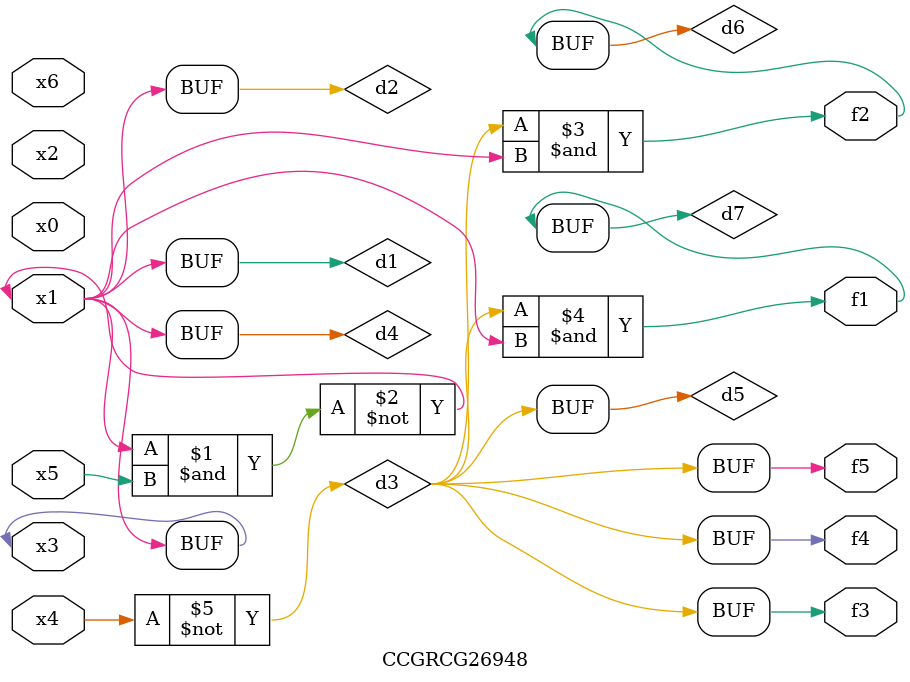
<source format=v>
module CCGRCG26948(
	input x0, x1, x2, x3, x4, x5, x6,
	output f1, f2, f3, f4, f5
);

	wire d1, d2, d3, d4, d5, d6, d7;

	buf (d1, x1, x3);
	nand (d2, x1, x5);
	not (d3, x4);
	buf (d4, d1, d2);
	buf (d5, d3);
	and (d6, d3, d4);
	and (d7, d3, d4);
	assign f1 = d7;
	assign f2 = d6;
	assign f3 = d5;
	assign f4 = d5;
	assign f5 = d5;
endmodule

</source>
